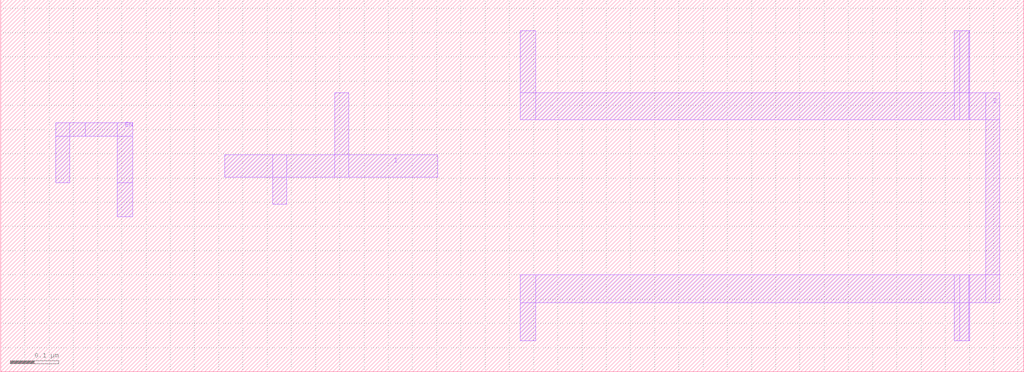
<source format=lef>
# 
# ******************************************************************************
# *                                                                            *
# *                   Copyright (C) 2004-2014, Nangate Inc.                    *
# *                           All rights reserved.                             *
# *                                                                            *
# * Nangate and the Nangate logo are trademarks of Nangate Inc.                *
# *                                                                            *
# * All trademarks, logos, software marks, and trade names (collectively the   *
# * "Marks") in this program are proprietary to Nangate or other respective    *
# * owners that have granted Nangate the right and license to use such Marks.  *
# * You are not permitted to use the Marks without the prior written consent   *
# * of Nangate or such third party that may own the Marks.                     *
# *                                                                            *
# * This file has been provided pursuant to a License Agreement containing     *
# * restrictions on its use. This file contains valuable trade secrets and     *
# * proprietary information of Nangate Inc., and is protected by U.S. and      *
# * international laws and/or treaties.                                        *
# *                                                                            *
# * The copyright notice(s) in this file does not indicate actual or intended  *
# * publication of this file.                                                  *
# *                                                                            *
# *       NGLibraryCreator, Development_version_64 - build 201405300513        *
# *                                                                            *
# ******************************************************************************
# 
# 
# Running on us19.nangate.us for user Lucio Rech (lre).
# Local time is now Tue, 3 Jun 2014, 13:07:07.
# Main process id is 12480.

VERSION 5.6 ;
BUSBITCHARS "[]" ;
DIVIDERCHAR "/" ;

MACRO AND2_X1
  CLASS core ;
  FOREIGN AND2_X1 0.0 0.0 ;
  ORIGIN 0 0 ;
  SYMMETRY X Y ;
  SITE NanGate_15nm_OCL ;
  SIZE 0.384 BY 0.768 ;
  PIN A1
    DIRECTION INPUT ;
    PORT
      LAYER M1 ;
        RECT 0.178 0.256 0.206 0.6959 ;
    END
  END A1
  PIN A2
    DIRECTION INPUT ;
    PORT
      LAYER M1 ;
        RECT 0.05 0.127 0.078 0.525 ;
    END
  END A2
  PIN Z
    DIRECTION OUTPUT ;
    PORT
      LAYER M1 ;
        RECT 0.306 0.114 0.334 0.64 ;
    END
  END Z
  
  
END AND2_X1

MACRO AND2_X2
  CLASS core ;
  FOREIGN AND2_X2 0.0 0.0 ;
  ORIGIN 0 0 ;
  SYMMETRY X Y ;
  SITE NanGate_15nm_OCL ;
  SIZE 0.448 BY 0.768 ;
  PIN A1
    DIRECTION INPUT ;
    PORT
      LAYER M1 ;
        RECT 0.178 0.256 0.206 0.512 ;
    END
  END A1
  PIN A2
    DIRECTION INPUT ;
    PORT
      LAYER M1 ;
        RECT 0.045 0.248 0.083 0.52 ;
    END
  END A2
  PIN Z
    DIRECTION OUTPUT ;
    PORT
      LAYER M1 ;
        RECT 0.302 0.064 0.306 0.13 ;
        RECT 0.302 0.638 0.306 0.704 ;
        RECT 0.306 0.064 0.334 0.13 ;
        RECT 0.306 0.13 0.334 0.638 ;
        RECT 0.306 0.638 0.334 0.704 ;
    END
  END Z
  
  
END AND2_X2

MACRO AND3_X1
  CLASS core ;
  FOREIGN AND3_X1 0.0 0.0 ;
  ORIGIN 0 0 ;
  SYMMETRY X Y ;
  SITE NanGate_15nm_OCL ;
  SIZE 0.512 BY 0.768 ;
  PIN A1
    DIRECTION INPUT ;
    PORT
      LAYER M1 ;
        RECT 0.306 0.192 0.334 0.576 ;
    END
  END A1
  PIN A2
    DIRECTION INPUT ;
    PORT
      LAYER M1 ;
        RECT 0.1729 0.192 0.211 0.576 ;
    END
  END A2
  PIN A3
    DIRECTION INPUT ;
    PORT
      LAYER M1 ;
        RECT 0.048 0.192 0.08 0.576 ;
    END
  END A3
  PIN Z
    DIRECTION OUTPUT ;
    PORT
      LAYER M1 ;
        RECT 0.434 0.114 0.462 0.654 ;
    END
  END Z
  
  
END AND3_X1

MACRO AND3_X2
  CLASS core ;
  FOREIGN AND3_X2 0.0 0.0 ;
  ORIGIN 0 0 ;
  SYMMETRY X Y ;
  SITE NanGate_15nm_OCL ;
  SIZE 0.512 BY 0.768 ;
  PIN A1
    DIRECTION INPUT ;
    PORT
      LAYER M1 ;
        RECT 0.178 0.32 0.206 0.513 ;
    END
  END A1
  PIN A2
    DIRECTION INPUT ;
    PORT
      LAYER M1 ;
        RECT 0.045 0.256 0.083 0.512 ;
    END
  END A2
  PIN A3
    DIRECTION INPUT ;
    PORT
      LAYER M1 ;
        RECT 0.242 0.302 0.27 0.537 ;
    END
  END A3
  PIN Z
    DIRECTION OUTPUT ;
    PORT
      LAYER M1 ;
        RECT 0.366 0.064 0.37 0.157 ;
        RECT 0.366 0.638 0.37 0.704 ;
        RECT 0.37 0.064 0.398 0.157 ;
        RECT 0.37 0.157 0.398 0.638 ;
        RECT 0.37 0.638 0.398 0.704 ;
    END
  END Z
  
  
END AND3_X2

MACRO AND4_X1
  CLASS core ;
  FOREIGN AND4_X1 0.0 0.0 ;
  ORIGIN 0 0 ;
  SYMMETRY X Y ;
  SITE NanGate_15nm_OCL ;
  SIZE 0.576 BY 0.768 ;
  PIN A1
    DIRECTION INPUT ;
    PORT
      LAYER M1 ;
        RECT 0.37 0.192 0.398 0.576 ;
    END
  END A1
  PIN A2
    DIRECTION INPUT ;
    PORT
      LAYER M1 ;
        RECT 0.24 0.192 0.272 0.576 ;
    END
  END A2
  PIN A3
    DIRECTION INPUT ;
    PORT
      LAYER M1 ;
        RECT 0.114 0.192 0.1419 0.512 ;
    END
  END A3
  PIN A4
    DIRECTION INPUT ;
    PORT
      LAYER M1 ;
        RECT 0.05 0.192 0.078 0.576 ;
    END
  END A4
  PIN Z
    DIRECTION OUTPUT ;
    PORT
      LAYER M1 ;
        RECT 0.498 0.114 0.526 0.654 ;
    END
  END Z
  
  
END AND4_X1

MACRO AND4_X2
  CLASS core ;
  FOREIGN AND4_X2 0.0 0.0 ;
  ORIGIN 0 0 ;
  SYMMETRY X Y ;
  SITE NanGate_15nm_OCL ;
  SIZE 0.64 BY 0.768 ;
  PIN A1
    DIRECTION INPUT ;
    PORT
      LAYER M1 ;
        RECT 0.37 0.241 0.398 0.576 ;
    END
  END A1
  PIN A2
    DIRECTION INPUT ;
    PORT
      LAYER M1 ;
        RECT 0.242 0.192 0.27 0.577 ;
    END
  END A2
  PIN A3
    DIRECTION INPUT ;
    PORT
      LAYER M1 ;
        RECT 0.114 0.192 0.1419 0.577 ;
    END
  END A3
  PIN A4
    DIRECTION INPUT ;
    PORT
      LAYER M1 ;
        RECT 0.05 0.192 0.078 0.577 ;
    END
  END A4
  PIN Z
    DIRECTION OUTPUT ;
    PORT
      LAYER M1 ;
        RECT 0.498 0.096 0.526 0.64 ;
    END
  END Z
  
  
END AND4_X2

MACRO ANTENNA
  CLASS core ;
  FOREIGN ANTENNA 0.0 0.0 ;
  ORIGIN 0 0 ;
  SYMMETRY X Y ;
  SITE NanGate_15nm_OCL ;
  SIZE 0.192 BY 0.768 ;
END ANTENNA

MACRO AOI21_X1
  CLASS core ;
  FOREIGN AOI21_X1 0.0 0.0 ;
  ORIGIN 0 0 ;
  SYMMETRY X Y ;
  SITE NanGate_15nm_OCL ;
  SIZE 0.384 BY 0.768 ;
  PIN A1
    DIRECTION INPUT ;
    PORT
      LAYER M1 ;
        RECT 0.178 0.192 0.206 0.512 ;
    END
  END A1
  PIN A2
    DIRECTION INPUT ;
    PORT
      LAYER M1 ;
        RECT 0.05 0.134 0.078 0.512 ;
    END
  END A2
  PIN B
    DIRECTION INPUT ;
    PORT
      LAYER M1 ;
        RECT 0.306 0.192 0.334 0.512 ;
    END
  END B
  PIN ZN
    DIRECTION OUTPUT ;
    PORT
      LAYER M1 ;
        RECT 0.114 0.1 0.1419 0.132 ;
        RECT 0.114 0.132 0.1419 0.536 ;
        RECT 0.1419 0.1 0.306 0.132 ;
    END
  END ZN
  
  
END AOI21_X1

MACRO AOI21_X2
  CLASS core ;
  FOREIGN AOI21_X2 0.0 0.0 ;
  ORIGIN 0 0 ;
  SYMMETRY X Y ;
  SITE NanGate_15nm_OCL ;
  SIZE 0.576 BY 0.768 ;
  PIN A1
    DIRECTION INPUT ;
    PORT
      LAYER M1 ;
        RECT 0.37 0.302 0.398 0.448 ;
    END
  END A1
  PIN A2
    DIRECTION INPUT ;
    PORT
      LAYER M1 ;
        RECT 0.242 0.23 0.27 0.258 ;
        RECT 0.242 0.258 0.27 0.448 ;
        RECT 0.242 0.448 0.27 0.512 ;
        RECT 0.27 0.23 0.493 0.258 ;
        RECT 0.493 0.23 0.531 0.258 ;
        RECT 0.493 0.258 0.531 0.448 ;
    END
  END A2
  PIN B
    DIRECTION INPUT ;
    PORT
      LAYER M1 ;
        RECT 0.114 0.256 0.1419 0.448 ;
    END
  END B
  PIN ZN
    DIRECTION OUTPUT ;
    PORT
      LAYER M1 ;
        RECT 0.077 0.166 0.178 0.194 ;
        RECT 0.178 0.166 0.206 0.194 ;
        RECT 0.178 0.194 0.206 0.489 ;
        RECT 0.178 0.489 0.206 0.5709 ;
        RECT 0.178 0.5709 0.206 0.599 ;
        RECT 0.206 0.166 0.43 0.194 ;
        RECT 0.206 0.5709 0.43 0.599 ;
        RECT 0.43 0.5709 0.434 0.599 ;
        RECT 0.434 0.489 0.462 0.5709 ;
        RECT 0.434 0.5709 0.462 0.599 ;
    END
  END ZN
  
  
END AOI21_X2

MACRO AOI22_X1
  CLASS core ;
  FOREIGN AOI22_X1 0.0 0.0 ;
  ORIGIN 0 0 ;
  SYMMETRY X Y ;
  SITE NanGate_15nm_OCL ;
  SIZE 0.448 BY 0.768 ;
  PIN A1
    DIRECTION INPUT ;
    PORT
      LAYER M1 ;
        RECT 0.242 0.192 0.27 0.512 ;
    END
  END A1
  PIN A2
    DIRECTION INPUT ;
    PORT
      LAYER M1 ;
        RECT 0.37 0.192 0.398 0.485 ;
    END
  END A2
  PIN B1
    DIRECTION INPUT ;
    PORT
      LAYER M1 ;
        RECT 0.114 0.198 0.1419 0.576 ;
    END
  END B1
  PIN B2
    DIRECTION INPUT ;
    PORT
      LAYER M1 ;
        RECT 0.05 0.192 0.078 0.576 ;
    END
  END B2
  PIN ZN
    DIRECTION OUTPUT ;
    PORT
      LAYER M1 ;
        RECT 0.1409 0.1019 0.306 0.13 ;
        RECT 0.306 0.1019 0.334 0.13 ;
        RECT 0.306 0.13 0.334 0.582 ;
    END
  END ZN
  
  
END AOI22_X1

MACRO AOI22_X2
  CLASS core ;
  FOREIGN AOI22_X2 0.0 0.0 ;
  ORIGIN 0 0 ;
  SYMMETRY X Y ;
  SITE NanGate_15nm_OCL ;
  SIZE 0.768 BY 0.768 ;
  PIN A1
    DIRECTION INPUT ;
    PORT
      LAYER M1 ;
        RECT 0.434 0.274 0.462 0.302 ;
        RECT 0.434 0.302 0.462 0.489 ;
        RECT 0.434 0.489 0.462 0.512 ;
        RECT 0.462 0.274 0.654 0.302 ;
        RECT 0.654 0.274 0.6899 0.302 ;
        RECT 0.6899 0.274 0.718 0.302 ;
        RECT 0.6899 0.302 0.718 0.489 ;
    END
  END A1
  PIN A2
    DIRECTION INPUT ;
    PORT
      LAYER M1 ;
        RECT 0.562 0.37 0.59 0.512 ;
    END
  END A2
  PIN B1
    DIRECTION INPUT ;
    PORT
      LAYER M1 ;
        RECT 0.306 0.306 0.334 0.526 ;
    END
  END B1
  PIN B2
    DIRECTION INPUT ;
    PORT
      LAYER M1 ;
        RECT 0.05 0.242 0.078 0.512 ;
    END
  END B2
  PIN ZN
    DIRECTION OUTPUT ;
    PORT
      LAYER M1 ;
        RECT 0.242 0.2 0.27 0.228 ;
        RECT 0.242 0.228 0.27 0.229 ;
        RECT 0.242 0.229 0.27 0.32 ;
        RECT 0.27 0.2 0.362 0.228 ;
        RECT 0.362 0.2 0.37 0.228 ;
        RECT 0.37 0.2 0.398 0.228 ;
        RECT 0.37 0.228 0.398 0.229 ;
        RECT 0.37 0.229 0.398 0.32 ;
        RECT 0.37 0.32 0.398 0.463 ;
        RECT 0.37 0.463 0.398 0.5679 ;
        RECT 0.37 0.5679 0.398 0.602 ;
        RECT 0.398 0.2 0.626 0.228 ;
        RECT 0.398 0.228 0.626 0.229 ;
        RECT 0.398 0.5679 0.626 0.602 ;
        RECT 0.626 0.2 0.654 0.228 ;
        RECT 0.626 0.228 0.654 0.229 ;
        RECT 0.626 0.463 0.654 0.5679 ;
        RECT 0.626 0.5679 0.654 0.602 ;
        RECT 0.654 0.2 0.6899 0.228 ;
        RECT 0.654 0.228 0.6899 0.229 ;
        RECT 0.6899 0.096 0.718 0.2 ;
        RECT 0.6899 0.2 0.718 0.228 ;
        RECT 0.6899 0.228 0.718 0.229 ;
    END
  END ZN
  
  
END AOI22_X2

MACRO BUF_X1
  CLASS core ;
  FOREIGN BUF_X1 0.0 0.0 ;
  ORIGIN 0 0 ;
  SYMMETRY X Y ;
  SITE NanGate_15nm_OCL ;
  SIZE 0.32 BY 0.768 ;
  PIN I
    DIRECTION INPUT ;
    PORT
      LAYER M1 ;
        RECT 0.05 0.192 0.078 0.576 ;
    END
  END I
  PIN Z
    DIRECTION OUTPUT ;
    PORT
      LAYER M1 ;
        RECT 0.24 0.114 0.272 0.704 ;
    END
  END Z
  
  
END BUF_X1

MACRO BUF_X2
  CLASS core ;
  FOREIGN BUF_X2 0.0 0.0 ;
  ORIGIN 0 0 ;
  SYMMETRY X Y ;
  SITE NanGate_15nm_OCL ;
  SIZE 0.32 BY 0.768 ;
  PIN I
    DIRECTION INPUT ;
    PORT
      LAYER M1 ;
        RECT 0.05 0.267 0.078 0.512 ;
    END
  END I
  PIN Z
    DIRECTION OUTPUT ;
    PORT
      LAYER M1 ;
        RECT 0.1739 0.603 0.177 0.704 ;
        RECT 0.177 0.072 0.178 0.132 ;
        RECT 0.177 0.603 0.178 0.704 ;
        RECT 0.178 0.072 0.206 0.132 ;
        RECT 0.178 0.132 0.206 0.603 ;
        RECT 0.178 0.603 0.206 0.704 ;
    END
  END Z
  
  
END BUF_X2

MACRO BUF_X4
  CLASS core ;
  FOREIGN BUF_X4 0.0 0.0 ;
  ORIGIN 0 0 ;
  SYMMETRY X Y ;
  SITE NanGate_15nm_OCL ;
  SIZE 0.512 BY 0.768 ;
  PIN I
    DIRECTION INPUT ;
    PORT
      LAYER M1 ;
        RECT 0.178 0.242 0.206 0.526 ;
    END
  END I
  PIN Z
    DIRECTION OUTPUT ;
    PORT
      LAYER M1 ;
        RECT 0.145 0.1019 0.21 0.13 ;
        RECT 0.21 0.1019 0.27 0.13 ;
        RECT 0.21 0.638 0.27 0.666 ;
        RECT 0.27 0.1019 0.368 0.13 ;
        RECT 0.27 0.638 0.368 0.666 ;
        RECT 0.368 0.1019 0.4 0.13 ;
        RECT 0.368 0.13 0.4 0.638 ;
        RECT 0.368 0.638 0.4 0.666 ;
    END
  END Z
  
  
END BUF_X4

MACRO BUF_X8
  CLASS core ;
  FOREIGN BUF_X8 0.0 0.0 ;
  ORIGIN 0 0 ;
  SYMMETRY X Y ;
  SITE NanGate_15nm_OCL ;
  SIZE 0.896 BY 0.768 ;
  PIN I
    DIRECTION INPUT ;
    PORT
      LAYER M1 ;
        RECT 0.05 0.256 0.078 0.366 ;
        RECT 0.05 0.366 0.078 0.398 ;
        RECT 0.05 0.398 0.078 0.512 ;
        RECT 0.078 0.366 0.298 0.398 ;
    END
  END I
  PIN Z
    DIRECTION OUTPUT ;
    PORT
      LAYER M1 ;
        RECT 0.338 0.1019 0.7 0.13 ;
        RECT 0.338 0.638 0.7 0.666 ;
        RECT 0.7 0.1019 0.754 0.13 ;
        RECT 0.7 0.638 0.754 0.666 ;
        RECT 0.754 0.1019 0.782 0.13 ;
        RECT 0.754 0.13 0.782 0.638 ;
        RECT 0.754 0.638 0.782 0.666 ;
    END
  END Z
  
  
END BUF_X8

MACRO BUF_X12
  CLASS core ;
  FOREIGN BUF_X12 0.0 0.0 ;
  ORIGIN 0 0 ;
  SYMMETRY X Y ;
  SITE NanGate_15nm_OCL ;
  SIZE 1.28 BY 0.768 ;
  PIN I
    DIRECTION INPUT ;
    PORT
      LAYER M1 ;
        RECT 0.048 0.236 0.08 0.366 ;
        RECT 0.048 0.366 0.08 0.398 ;
        RECT 0.048 0.398 0.08 0.515 ;
        RECT 0.08 0.366 0.426 0.398 ;
    END
  END I
  PIN Z
    DIRECTION OUTPUT ;
    PORT
      LAYER M1 ;
        RECT 0.466 0.1019 1.07 0.13 ;
        RECT 0.466 0.638 1.07 0.666 ;
        RECT 1.07 0.1019 1.1359 0.13 ;
        RECT 1.07 0.638 1.1359 0.666 ;
        RECT 1.1359 0.1019 1.168 0.13 ;
        RECT 1.1359 0.13 1.168 0.638 ;
        RECT 1.1359 0.638 1.168 0.666 ;
    END
  END Z
  
  
END BUF_X12

MACRO BUF_X16
  CLASS core ;
  FOREIGN BUF_X16 0.0 0.0 ;
  ORIGIN 0 0 ;
  SYMMETRY X Y ;
  SITE NanGate_15nm_OCL ;
  SIZE 1.664 BY 0.768 ;
  PIN I
    DIRECTION INPUT ;
    PORT
      LAYER M1 ;
        RECT 0.05 0.232 0.078 0.355 ;
        RECT 0.05 0.355 0.078 0.413 ;
        RECT 0.05 0.413 0.078 0.512 ;
        RECT 0.078 0.355 0.554 0.413 ;
    END
  END I
  PIN Z
    DIRECTION OUTPUT ;
    PORT
      LAYER M1 ;
        RECT 0.594 0.1019 1.454 0.13 ;
        RECT 0.594 0.632 1.454 0.66 ;
        RECT 1.454 0.1019 1.52 0.13 ;
        RECT 1.454 0.632 1.52 0.66 ;
        RECT 1.52 0.1019 1.552 0.13 ;
        RECT 1.52 0.13 1.552 0.632 ;
        RECT 1.52 0.632 1.552 0.66 ;
    END
  END Z
  
  
END BUF_X16

MACRO CLKBUF_X1
  CLASS core ;
  FOREIGN CLKBUF_X1 0.0 0.0 ;
  ORIGIN 0 0 ;
  SYMMETRY X Y ;
  SITE NanGate_15nm_OCL ;
  SIZE 0.32 BY 0.768 ;
  PIN I
    DIRECTION INPUT ;
    PORT
      LAYER M1 ;
        RECT 0.05 0.192 0.078 0.576 ;
    END
  END I
  PIN Z
    DIRECTION OUTPUT ;
    PORT
      LAYER M1 ;
        RECT 0.24 0.114 0.272 0.704 ;
    END
  END Z
  
  
END CLKBUF_X1

MACRO CLKBUF_X2
  CLASS core ;
  FOREIGN CLKBUF_X2 0.0 0.0 ;
  ORIGIN 0 0 ;
  SYMMETRY X Y ;
  SITE NanGate_15nm_OCL ;
  SIZE 0.32 BY 0.768 ;
  PIN I
    DIRECTION INPUT ;
    PORT
      LAYER M1 ;
        RECT 0.05 0.296 0.078 0.512 ;
    END
  END I
  PIN Z
    DIRECTION OUTPUT ;
    PORT
      LAYER M1 ;
        RECT 0.1739 0.638 0.178 0.704 ;
        RECT 0.178 0.072 0.206 0.638 ;
        RECT 0.178 0.638 0.206 0.704 ;
    END
  END Z
  
  
END CLKBUF_X2

MACRO CLKBUF_X4
  CLASS core ;
  FOREIGN CLKBUF_X4 0.0 0.0 ;
  ORIGIN 0 0 ;
  SYMMETRY X Y ;
  SITE NanGate_15nm_OCL ;
  SIZE 0.512 BY 0.768 ;
  PIN I
    DIRECTION INPUT ;
    PORT
      LAYER M1 ;
        RECT 0.114 0.242 0.1419 0.526 ;
    END
  END I
  PIN Z
    DIRECTION OUTPUT ;
    PORT
      LAYER M1 ;
        RECT 0.145 0.1019 0.205 0.13 ;
        RECT 0.205 0.1019 0.206 0.13 ;
        RECT 0.205 0.638 0.206 0.666 ;
        RECT 0.206 0.1019 0.368 0.13 ;
        RECT 0.206 0.638 0.368 0.666 ;
        RECT 0.368 0.1019 0.4 0.13 ;
        RECT 0.368 0.13 0.4 0.638 ;
        RECT 0.368 0.638 0.4 0.666 ;
    END
  END Z
  
  
END CLKBUF_X4

MACRO CLKBUF_X8
  CLASS core ;
  FOREIGN CLKBUF_X8 0.0 0.0 ;
  ORIGIN 0 0 ;
  SYMMETRY X Y ;
  SITE NanGate_15nm_OCL ;
  SIZE 0.896 BY 0.768 ;
  PIN I
    DIRECTION INPUT ;
    PORT
      LAYER M1 ;
        RECT 0.05 0.256 0.078 0.328 ;
        RECT 0.05 0.328 0.078 0.356 ;
        RECT 0.05 0.356 0.078 0.512 ;
        RECT 0.078 0.256 0.079 0.328 ;
        RECT 0.078 0.328 0.079 0.356 ;
        RECT 0.079 0.328 0.318 0.356 ;
    END
  END I
  PIN Z
    DIRECTION OUTPUT ;
    PORT
      LAYER M1 ;
        RECT 0.338 0.1019 0.718 0.13 ;
        RECT 0.338 0.638 0.718 0.666 ;
        RECT 0.718 0.1019 0.754 0.13 ;
        RECT 0.718 0.638 0.754 0.666 ;
        RECT 0.754 0.1019 0.782 0.13 ;
        RECT 0.754 0.13 0.782 0.638 ;
        RECT 0.754 0.638 0.782 0.666 ;
    END
  END Z
  
  
END CLKBUF_X8

MACRO CLKBUF_X12
  CLASS core ;
  FOREIGN CLKBUF_X12 0.0 0.0 ;
  ORIGIN 0 0 ;
  SYMMETRY X Y ;
  SITE NanGate_15nm_OCL ;
  SIZE 1.28 BY 0.768 ;
  PIN I
    DIRECTION INPUT ;
    PORT
      LAYER M1 ;
        RECT 0.045 0.238 0.083 0.336 ;
        RECT 0.045 0.336 0.083 0.368 ;
        RECT 0.045 0.368 0.083 0.53 ;
        RECT 0.083 0.336 0.426 0.368 ;
    END
  END I
  PIN Z
    DIRECTION OUTPUT ;
    PORT
      LAYER M1 ;
        RECT 0.466 0.1019 0.998 0.13 ;
        RECT 0.466 0.638 0.998 0.666 ;
        RECT 0.998 0.1019 1.1359 0.13 ;
        RECT 0.998 0.638 1.1359 0.666 ;
        RECT 1.1359 0.1019 1.168 0.13 ;
        RECT 1.1359 0.13 1.168 0.638 ;
        RECT 1.1359 0.638 1.168 0.666 ;
    END
  END Z
  
  
END CLKBUF_X12

MACRO CLKBUF_X16
  CLASS core ;
  FOREIGN CLKBUF_X16 0.0 0.0 ;
  ORIGIN 0 0 ;
  SYMMETRY X Y ;
  SITE NanGate_15nm_OCL ;
  SIZE 1.664 BY 0.768 ;
  PIN I
    DIRECTION INPUT ;
    PORT
      LAYER M1 ;
        RECT 0.05 0.222 0.078 0.326 ;
        RECT 0.05 0.326 0.078 0.358 ;
        RECT 0.05 0.358 0.078 0.526 ;
        RECT 0.078 0.326 0.554 0.358 ;
    END
  END I
  PIN Z
    DIRECTION OUTPUT ;
    PORT
      LAYER M1 ;
        RECT 0.594 0.0869 1.454 0.145 ;
        RECT 0.594 0.623 1.454 0.681 ;
        RECT 1.454 0.0869 1.52 0.145 ;
        RECT 1.454 0.623 1.52 0.681 ;
        RECT 1.52 0.0869 1.552 0.145 ;
        RECT 1.52 0.145 1.552 0.623 ;
        RECT 1.52 0.623 1.552 0.681 ;
    END
  END Z
  
  
END CLKBUF_X16

MACRO CLKGATETST_X1
  CLASS core ;
  FOREIGN CLKGATETST_X1 0.0 0.0 ;
  ORIGIN 0 0 ;
  SYMMETRY X Y ;
  SITE NanGate_15nm_OCL ;
  SIZE 1.088 BY 0.768 ;
  PIN CLK
    DIRECTION INPUT ;
    USE clock ;
    PORT
      LAYER M1 ;
        RECT 0.6899 0.238 0.718 0.512 ;
    END
  END CLK
  PIN E
    DIRECTION INPUT ;
    PORT
      LAYER M1 ;
        RECT 0.114 0.256 0.1419 0.672 ;
    END
  END E
  PIN TE
    DIRECTION INPUT ;
    PORT
      LAYER M1 ;
        RECT 0.05 0.32 0.078 0.672 ;
    END
  END TE
  PIN Q
    DIRECTION OUTPUT ;
    PORT
      LAYER M1 ;
        RECT 1.01 0.096 1.038 0.654 ;
    END
  END Q
  
  
END CLKGATETST_X1

MACRO DFFRNQ_X1
  CLASS core ;
  FOREIGN DFFRNQ_X1 0.0 0.0 ;
  ORIGIN 0 0 ;
  SYMMETRY X Y ;
  SITE NanGate_15nm_OCL ;
  SIZE 1.664 BY 0.768 ;
  PIN D
    DIRECTION INPUT ;
    PORT
      LAYER M1 ;
        RECT 0.242 0.242 0.27 0.526 ;
    END
  END D
  PIN RN
    DIRECTION INPUT ;
    PORT
      LAYER MINT1 ;
        RECT 0.704 0.274 1.1339 0.302 ;
        RECT 1.1339 0.274 1.326 0.302 ;
    END
  END RN
  PIN CLK
    DIRECTION INPUT ;
    USE clock ;
    PORT
      LAYER M1 ;
        RECT 0.05 0.256 0.078 0.512 ;
    END
  END CLK
  PIN Q
    DIRECTION OUTPUT ;
    PORT
      LAYER M1 ;
        RECT 1.584 0.064 1.616 0.704 ;
    END
  END Q
  
  
END DFFRNQ_X1

MACRO DFFSNQ_X1
  CLASS core ;
  FOREIGN DFFSNQ_X1 0.0 0.0 ;
  ORIGIN 0 0 ;
  SYMMETRY X Y ;
  SITE NanGate_15nm_OCL ;
  SIZE 1.664 BY 0.768 ;
  PIN D
    DIRECTION INPUT ;
    PORT
      LAYER M1 ;
        RECT 0.242 0.242 0.27 0.526 ;
    END
  END D
  PIN SN
    DIRECTION INPUT ;
    PORT
      LAYER MINT1 ;
        RECT 0.722 0.274 1.1339 0.302 ;
        RECT 1.1339 0.274 1.326 0.302 ;
    END
  END SN
  PIN CLK
    DIRECTION INPUT ;
    USE clock ;
    PORT
      LAYER M1 ;
        RECT 0.05 0.256 0.078 0.512 ;
    END
  END CLK
  PIN Q
    DIRECTION OUTPUT ;
    PORT
      LAYER M1 ;
        RECT 1.584 0.064 1.616 0.704 ;
    END
  END Q
  
  
END DFFSNQ_X1

MACRO FA_X1
  CLASS core ;
  FOREIGN FA_X1 0.0 0.0 ;
  ORIGIN 0 0 ;
  SYMMETRY X Y ;
  SITE NanGate_15nm_OCL ;
  SIZE 1.536 BY 0.768 ;
  PIN A
    DIRECTION INPUT ;
    PORT
      LAYER M1 ;
        RECT 0.656 0.402 0.684 0.526 ;
        RECT 1.038 0.274 1.074 0.526 ;
    END
  END A
  PIN B
    DIRECTION INPUT ;
    PORT
      LAYER MINT1 ;
        RECT 0.274 0.274 0.789 0.302 ;
    END
  END B
  PIN CI
    DIRECTION INPUT ;
    PORT
      LAYER M1 ;
        RECT 0.178 0.194 0.206 0.59 ;
        RECT 0.58 0.194 0.608 0.366 ;
        RECT 1.202 0.178 1.23 0.366 ;
    END
  END CI
  PIN CO
    DIRECTION OUTPUT ;
    PORT
      LAYER M1 ;
        RECT 1.458 0.114 1.486 0.654 ;
    END
  END CO
  PIN S
    DIRECTION OUTPUT ;
    PORT
      LAYER M1 ;
        RECT 0.8179 0.207 0.846 0.64 ;
    END
  END S
  
  
END FA_X1

MACRO FILLTIE
  CLASS core ;
  FOREIGN FILLTIE 0.0 0.0 ;
  ORIGIN 0 0 ;
  SYMMETRY X Y ;
  SITE NanGate_15nm_OCL ;
  SIZE 0.578 BY 0.768 ;
  
END FILLTIE

MACRO FILL_X1
  CLASS core ;
  FOREIGN FILL_X1 0.0 0.0 ;
  ORIGIN 0 0 ;
  SYMMETRY X Y ;
  SITE NanGate_15nm_OCL ;
  SIZE 0.128 BY 0.768 ;
  
END FILL_X1

MACRO FILL_X2
  CLASS core ;
  FOREIGN FILL_X2 0.0 0.0 ;
  ORIGIN 0 0 ;
  SYMMETRY X Y ;
  SITE NanGate_15nm_OCL ;
  SIZE 0.192 BY 0.768 ;
  
END FILL_X2

MACRO FILL_X4
  CLASS core ;
  FOREIGN FILL_X4 0.0 0.0 ;
  ORIGIN 0 0 ;
  SYMMETRY X Y ;
  SITE NanGate_15nm_OCL ;
  SIZE 0.32 BY 0.768 ;
  
END FILL_X4

MACRO FILL_X8
  CLASS core ;
  FOREIGN FILL_X8 0.0 0.0 ;
  ORIGIN 0 0 ;
  SYMMETRY X Y ;
  SITE NanGate_15nm_OCL ;
  SIZE 0.576 BY 0.768 ;
  
END FILL_X8

MACRO FILL_X16
  CLASS core ;
  FOREIGN FILL_X16 0.0 0.0 ;
  ORIGIN 0 0 ;
  SYMMETRY X Y ;
  SITE NanGate_15nm_OCL ;
  SIZE 1.088 BY 0.768 ;
  
END FILL_X16

MACRO HA_X1
  CLASS core ;
  FOREIGN HA_X1 0.0 0.0 ;
  ORIGIN 0 0 ;
  SYMMETRY X Y ;
  SITE NanGate_15nm_OCL ;
  SIZE 0.832 BY 0.768 ;
  PIN A
    DIRECTION INPUT ;
    PORT
      LAYER M1 ;
        RECT 0.242 0.274 0.27 0.556 ;
        RECT 0.242 0.556 0.27 0.584 ;
        RECT 0.27 0.556 0.434 0.584 ;
        RECT 0.434 0.274 0.462 0.556 ;
        RECT 0.434 0.556 0.462 0.584 ;
    END
  END A
  PIN B
    DIRECTION INPUT ;
    PORT
      LAYER M1 ;
        RECT 0.306 0.256 0.334 0.512 ;
    END
  END B
  PIN CO
    DIRECTION OUTPUT ;
    PORT
      LAYER M1 ;
        RECT 0.05 0.082 0.078 0.638 ;
    END
  END CO
  PIN S
    DIRECTION OUTPUT ;
    PORT
      LAYER M1 ;
        RECT 0.754 0.18 0.782 0.638 ;
    END
  END S
  
  
END HA_X1

MACRO INV_X1
  CLASS core ;
  FOREIGN INV_X1 0.0 0.0 ;
  ORIGIN 0 0 ;
  SYMMETRY X Y ;
  SITE NanGate_15nm_OCL ;
  SIZE 0.192 BY 0.768 ;
  PIN I
    DIRECTION INPUT ;
    PORT
      LAYER M1 ;
        RECT 0.05 0.192 0.078 0.576 ;
    END
  END I
  PIN ZN
    DIRECTION OUTPUT ;
    PORT
      LAYER M1 ;
        RECT 0.114 0.114 0.1419 0.64 ;
    END
  END ZN
  
END INV_X1

MACRO INV_X2
  CLASS core ;
  FOREIGN INV_X2 0.0 0.0 ;
  ORIGIN 0 0 ;
  SYMMETRY X Y ;
  SITE NanGate_15nm_OCL ;
  SIZE 0.256 BY 0.768 ;
  PIN I
    DIRECTION INPUT ;
    PORT
      LAYER M1 ;
        RECT 0.05 0.192 0.078 0.576 ;
    END
  END I
  PIN ZN
    DIRECTION OUTPUT ;
    PORT
      LAYER M1 ;
        RECT 0.114 0.13 0.1419 0.576 ;
    END
  END ZN
  
END INV_X2

MACRO INV_X4
  CLASS core ;
  FOREIGN INV_X4 0.0 0.0 ;
  ORIGIN 0 0 ;
  SYMMETRY X Y ;
  SITE NanGate_15nm_OCL ;
  SIZE 0.384 BY 0.768 ;
  PIN I
    DIRECTION INPUT ;
    PORT
      LAYER M1 ;
        RECT 0.048 0.256 0.08 0.368 ;
        RECT 0.048 0.368 0.08 0.396 ;
        RECT 0.048 0.396 0.08 0.512 ;
        RECT 0.08 0.368 0.238 0.396 ;
    END
  END I
  PIN ZN
    DIRECTION OUTPUT ;
    PORT
      LAYER M1 ;
        RECT 0.041 0.1419 0.059 0.2 ;
        RECT 0.059 0.1419 0.306 0.2 ;
        RECT 0.059 0.5679 0.306 0.626 ;
        RECT 0.306 0.1419 0.334 0.2 ;
        RECT 0.306 0.2 0.334 0.5679 ;
        RECT 0.306 0.5679 0.334 0.626 ;
    END
  END ZN
  
END INV_X4

MACRO INV_X8
  CLASS core ;
  FOREIGN INV_X8 0.0 0.0 ;
  ORIGIN 0 0 ;
  SYMMETRY X Y ;
  SITE NanGate_15nm_OCL ;
  SIZE 0.64 BY 0.768 ;
  PIN I
    DIRECTION INPUT ;
    PORT
      LAYER M1 ;
        RECT 0.114 0.194 0.1419 0.396 ;
        RECT 0.114 0.396 0.1419 0.455 ;
        RECT 0.114 0.455 0.1419 0.576 ;
        RECT 0.1419 0.396 0.462 0.455 ;
    END
  END I
  PIN ZN
    DIRECTION OUTPUT ;
    PORT
      LAYER M1 ;
        RECT 0.041 0.631 0.054 0.659 ;
        RECT 0.054 0.11 0.557 0.138 ;
        RECT 0.054 0.631 0.557 0.659 ;
        RECT 0.557 0.11 0.595 0.138 ;
        RECT 0.557 0.138 0.595 0.631 ;
        RECT 0.557 0.631 0.595 0.659 ;
    END
  END ZN
  
END INV_X8

MACRO INV_X12
  CLASS core ;
  FOREIGN INV_X12 0.0 0.0 ;
  ORIGIN 0 0 ;
  SYMMETRY X Y ;
  SITE NanGate_15nm_OCL ;
  SIZE 0.896 BY 0.768 ;
  PIN I
    DIRECTION INPUT ;
    PORT
      LAYER M1 ;
        RECT 0.114 0.192 0.1419 0.368 ;
        RECT 0.114 0.368 0.1419 0.396 ;
        RECT 0.114 0.396 0.1419 0.576 ;
        RECT 0.1419 0.368 0.686 0.396 ;
    END
  END I
  PIN ZN
    DIRECTION OUTPUT ;
    PORT
      LAYER M1 ;
        RECT 0.054 0.1019 0.8129 0.13 ;
        RECT 0.054 0.636 0.8129 0.668 ;
        RECT 0.8129 0.1019 0.851 0.13 ;
        RECT 0.8129 0.13 0.851 0.636 ;
        RECT 0.8129 0.636 0.851 0.668 ;
    END
  END ZN
  
END INV_X12

MACRO INV_X16
  CLASS core ;
  FOREIGN INV_X16 0.0 0.0 ;
  ORIGIN 0 0 ;
  SYMMETRY X Y ;
  SITE NanGate_15nm_OCL ;
  SIZE 1.152 BY 0.768 ;
  PIN I
    DIRECTION INPUT ;
    PORT
      LAYER M1 ;
        RECT 0.05 0.256 0.078 0.37 ;
        RECT 0.05 0.37 0.078 0.398 ;
        RECT 0.05 0.398 0.078 0.5629 ;
        RECT 0.078 0.37 0.942 0.398 ;
    END
  END I
  PIN ZN 
	DIRECTION OUTPUT ; 
	PORT 
		LAYER M1 ; 
		RECT 0.054 0.1 1.07 0.132 ; 
		RECT 1.038 0.132 1.07 0.681 ; 
		RECT 0.054 0.622 1.038 0.681 ; 
	END 
  END ZN 
  
  
END INV_X16

MACRO LHQ_X1
  CLASS core ;
  FOREIGN LHQ_X1 0.0 0.0 ;
  ORIGIN 0 0 ;
  SYMMETRY X Y ;
  SITE NanGate_15nm_OCL ;
  SIZE 0.896 BY 0.768 ;
  PIN D
    DIRECTION INPUT ;
    PORT
      LAYER M1 ;
        RECT 0.242 0.16 0.27 0.512 ;
    END
  END D
  PIN E
    DIRECTION INPUT ;
    USE clock ;
    PORT
      LAYER M1 ;
        RECT 0.05 0.256 0.078 0.512 ;
    END
  END E
  PIN Q
    DIRECTION OUTPUT ;
    PORT
      LAYER M1 ;
        RECT 0.8179 0.13 0.846 0.638 ;
    END
  END Q
  
  
END LHQ_X1

MACRO MUX2_X1
  CLASS core ;
  FOREIGN MUX2_X1 0.0 0.0 ;
  ORIGIN 0 0 ;
  SYMMETRY X Y ;
  SITE NanGate_15nm_OCL ;
  SIZE 0.832 BY 0.768 ;
  PIN I0
    DIRECTION INPUT ;
    PORT
      LAYER M1 ;
        RECT 0.562 0.242 0.59 0.526 ;
    END
  END I0
  PIN I1
    DIRECTION INPUT ;
    PORT
      LAYER M1 ;
        RECT 0.114 0.256 0.1419 0.448 ;
    END
  END I1
  PIN S
    DIRECTION INPUT ;
    PORT
      LAYER M1 ;
        RECT 0.027 0.242 0.055 0.658 ;
        RECT 0.027 0.658 0.055 0.686 ;
        RECT 0.055 0.658 0.222 0.686 ;
    END
  END S
  PIN Z
    DIRECTION OUTPUT ;
    PORT
      LAYER M1 ;
        RECT 0.6899 0.192 0.718 0.638 ;
    END
  END Z
  
  
END MUX2_X1

MACRO NAND2_X1
  CLASS core ;
  FOREIGN NAND2_X1 0.0 0.0 ;
  ORIGIN 0 0 ;
  SYMMETRY X Y ;
  SITE NanGate_15nm_OCL ;
  SIZE 0.256 BY 0.768 ;
  PIN A1
    DIRECTION INPUT ;
    PORT
      LAYER M1 ;
        RECT 0.178 0.256 0.206 0.574 ;
    END
  END A1
  PIN A2
    DIRECTION INPUT ;
    PORT
      LAYER M1 ;
        RECT 0.05 0.256 0.078 0.574 ;
    END
  END A2
  PIN ZN
    DIRECTION OUTPUT ;
    PORT
      LAYER M1 ;
        RECT 0.114 0.133 0.1419 0.192 ;
        RECT 0.114 0.192 0.1419 0.638 ;
        RECT 0.1419 0.133 0.176 0.192 ;
        RECT 0.176 0.064 0.208 0.133 ;
        RECT 0.176 0.133 0.208 0.192 ;
    END
  END ZN
  
END NAND2_X1

MACRO NAND2_X2
  CLASS core ;
  FOREIGN NAND2_X2 0.0 0.0 ;
  ORIGIN 0 0 ;
  SYMMETRY X Y ;
  SITE NanGate_15nm_OCL ;
  SIZE 0.384 BY 0.768 ;
  PIN A1
    DIRECTION INPUT ;
    PORT
      LAYER M1 ;
        RECT 0.178 0.225 0.206 0.553 ;
    END
  END A1
  PIN A2
    DIRECTION INPUT ;
    PORT
      LAYER M1 ;
        RECT 0.05 0.274 0.078 0.676 ;
        RECT 0.05 0.676 0.078 0.704 ;
        RECT 0.078 0.676 0.306 0.704 ;
        RECT 0.306 0.274 0.334 0.676 ;
        RECT 0.306 0.676 0.334 0.704 ;
    END
  END A2
  PIN ZN
    DIRECTION OUTPUT ;
    PORT
      LAYER M1 ;
        RECT 0.114 0.123 0.1419 0.181 ;
        RECT 0.114 0.181 0.1419 0.424 ;
        RECT 0.114 0.424 0.1419 0.597 ;
        RECT 0.114 0.597 0.1419 0.64 ;
        RECT 0.1419 0.123 0.242 0.181 ;
        RECT 0.1419 0.597 0.242 0.64 ;
        RECT 0.242 0.123 0.27 0.181 ;
        RECT 0.242 0.424 0.27 0.597 ;
        RECT 0.242 0.597 0.27 0.64 ;
    END
  END ZN
  
END NAND2_X2

MACRO NAND3_X1
  CLASS core ;
  FOREIGN NAND3_X1 0.0 0.0 ;
  ORIGIN 0 0 ;
  SYMMETRY X Y ;
  SITE NanGate_15nm_OCL ;
  SIZE 0.384 BY 0.768 ;
  PIN A1
    DIRECTION INPUT ;
    PORT
      LAYER M1 ;
        RECT 0.242 0.32 0.27 0.448 ;
    END
  END A1
  PIN A2
    DIRECTION INPUT ;
    PORT
      LAYER M1 ;
        RECT 0.178 0.255 0.206 0.512 ;
    END
  END A2
  PIN A3
    DIRECTION INPUT ;
    PORT
      LAYER M1 ;
        RECT 0.05 0.215 0.078 0.574 ;
    END
  END A3
  PIN ZN
    DIRECTION OUTPUT ;
    PORT
      LAYER M1 ;
        RECT 0.114 0.082 0.1419 0.11 ;
        RECT 0.114 0.11 0.1419 0.256 ;
        RECT 0.114 0.256 0.1419 0.512 ;
        RECT 0.114 0.512 0.1419 0.676 ;
        RECT 0.114 0.676 0.1419 0.704 ;
        RECT 0.1419 0.082 0.242 0.11 ;
        RECT 0.1419 0.676 0.242 0.704 ;
        RECT 0.242 0.064 0.304 0.082 ;
        RECT 0.242 0.082 0.304 0.11 ;
        RECT 0.242 0.676 0.304 0.704 ;
        RECT 0.304 0.064 0.306 0.082 ;
        RECT 0.304 0.082 0.306 0.11 ;
        RECT 0.304 0.11 0.306 0.256 ;
        RECT 0.304 0.676 0.306 0.704 ;
        RECT 0.306 0.064 0.334 0.082 ;
        RECT 0.306 0.082 0.334 0.11 ;
        RECT 0.306 0.11 0.334 0.256 ;
        RECT 0.306 0.512 0.334 0.676 ;
        RECT 0.306 0.676 0.334 0.704 ;
        RECT 0.334 0.064 0.336 0.082 ;
        RECT 0.334 0.082 0.336 0.11 ;
        RECT 0.334 0.11 0.336 0.256 ;
    END
  END ZN
  
END NAND3_X1

MACRO NAND3_X2
  CLASS core ;
  FOREIGN NAND3_X2 0.0 0.0 ;
  ORIGIN 0 0 ;
  SYMMETRY X Y ;
  SITE NanGate_15nm_OCL ;
  SIZE 0.576 BY 0.768 ;
  PIN A1
    DIRECTION INPUT ;
    PORT
      LAYER M1 ;
        RECT 0.498 0.32 0.526 0.512 ;
    END
  END A1
  PIN A2
    DIRECTION INPUT ;
    PORT
      LAYER M1 ;
        RECT 0.301 0.249 0.339 0.512 ;
    END
  END A2
  PIN A3
    DIRECTION INPUT ;
    PORT
      LAYER M1 ;
        RECT 0.114 0.256 0.1419 0.512 ;
    END
  END A3
  PIN ZN
    DIRECTION OUTPUT ;
    PORT
      LAYER M1 ;
        RECT 0.027 0.5679 0.366 0.626 ;
        RECT 0.366 0.5679 0.434 0.626 ;
        RECT 0.434 0.186 0.462 0.5679 ;
        RECT 0.434 0.5679 0.462 0.626 ;
        RECT 0.462 0.5679 0.494 0.626 ;
    END
  END ZN
  
  
END NAND3_X2

MACRO NAND4_X1
  CLASS core ;
  FOREIGN NAND4_X1 0.0 0.0 ;
  ORIGIN 0 0 ;
  SYMMETRY X Y ;
  SITE NanGate_15nm_OCL ;
  SIZE 0.448 BY 0.768 ;
  PIN A1
    DIRECTION INPUT ;
    PORT
      LAYER M1 ;
        RECT 0.37 0.256 0.398 0.574 ;
    END
  END A1
  PIN A2
    DIRECTION INPUT ;
    PORT
      LAYER M1 ;
        RECT 0.242 0.242 0.27 0.512 ;
    END
  END A2
  PIN A3
    DIRECTION INPUT ;
    PORT
      LAYER M1 ;
        RECT 0.178 0.194 0.206 0.448 ;
    END
  END A3
  PIN A4
    DIRECTION INPUT ;
    PORT
      LAYER M1 ;
        RECT 0.05 0.194 0.078 0.574 ;
    END
  END A4
  PIN ZN
    DIRECTION OUTPUT ;
    PORT
      LAYER M1 ;
        RECT 0.114 0.512 0.1419 0.645 ;
        RECT 0.114 0.645 0.1419 0.704 ;
        RECT 0.1419 0.645 0.306 0.704 ;
        RECT 0.306 0.164 0.334 0.192 ;
        RECT 0.306 0.192 0.334 0.512 ;
        RECT 0.306 0.512 0.334 0.645 ;
        RECT 0.306 0.645 0.334 0.704 ;
        RECT 0.334 0.164 0.365 0.192 ;
        RECT 0.365 0.064 0.403 0.164 ;
        RECT 0.365 0.164 0.403 0.192 ;
    END
  END ZN
  
END NAND4_X1

MACRO NAND4_X2
  CLASS core ;
  FOREIGN NAND4_X2 0.0 0.0 ;
  ORIGIN 0 0 ;
  SYMMETRY X Y ;
  SITE NanGate_15nm_OCL ;
  SIZE 0.704 BY 0.768 ;
  PIN A1
    DIRECTION INPUT ;
    PORT
      LAYER M1 ;
        RECT 0.558 0.358 0.594 0.512 ;
    END
  END A1
  PIN A2
    DIRECTION INPUT ;
    PORT
      LAYER M1 ;
        RECT 0.37 0.34 0.398 0.526 ;
    END
  END A2
  PIN A3
    DIRECTION INPUT ;
    PORT
      LAYER M1 ;
        RECT 0.178 0.242 0.206 0.512 ;
    END
  END A3
  PIN A4
    DIRECTION INPUT ;
    PORT
      LAYER M1 ;
        RECT 0.05 0.257 0.078 0.512 ;
    END
  END A4
  PIN ZN
    DIRECTION OUTPUT ;
    PORT
      LAYER M1 ;
        RECT 0.112 0.555 0.144 0.576 ;
        RECT 0.112 0.576 0.144 0.638 ;
        RECT 0.112 0.638 0.144 0.666 ;
        RECT 0.144 0.638 0.434 0.666 ;
        RECT 0.434 0.294 0.462 0.322 ;
        RECT 0.434 0.322 0.462 0.548 ;
        RECT 0.434 0.548 0.462 0.555 ;
        RECT 0.434 0.555 0.462 0.576 ;
        RECT 0.434 0.638 0.462 0.666 ;
        RECT 0.462 0.294 0.562 0.322 ;
        RECT 0.462 0.548 0.562 0.555 ;
        RECT 0.462 0.555 0.562 0.576 ;
        RECT 0.462 0.638 0.562 0.666 ;
        RECT 0.562 0.294 0.59 0.322 ;
        RECT 0.562 0.548 0.59 0.555 ;
        RECT 0.562 0.555 0.59 0.576 ;
        RECT 0.562 0.576 0.59 0.638 ;
        RECT 0.562 0.638 0.59 0.666 ;
        RECT 0.59 0.294 0.654 0.322 ;
    END
  END ZN
  
  
END NAND4_X2

MACRO NOR2_X1
  CLASS core ;
  FOREIGN NOR2_X1 0.0 0.0 ;
  ORIGIN 0 0 ;
  SYMMETRY X Y ;
  SITE NanGate_15nm_OCL ;
  SIZE 0.256 BY 0.768 ;
  PIN A1
    DIRECTION INPUT ;
    PORT
      LAYER M1 ;
        RECT 0.178 0.194 0.206 0.512 ;
    END
  END A1
  PIN A2
    DIRECTION INPUT ;
    PORT
      LAYER M1 ;
        RECT 0.05 0.194 0.078 0.512 ;
    END
  END A2
  PIN ZN
    DIRECTION OUTPUT ;
    PORT
      LAYER M1 ;
        RECT 0.114 0.13 0.1419 0.576 ;
        RECT 0.114 0.576 0.1419 0.635 ;
        RECT 0.1419 0.576 0.176 0.635 ;
        RECT 0.176 0.576 0.208 0.635 ;
        RECT 0.176 0.635 0.208 0.704 ;
    END
  END ZN
  
END NOR2_X1

MACRO NOR2_X2
  CLASS core ;
  FOREIGN NOR2_X2 0.0 0.0 ;
  ORIGIN 0 0 ;
  SYMMETRY X Y ;
  SITE NanGate_15nm_OCL ;
  SIZE 0.384 BY 0.768 ;
  PIN A1
    DIRECTION INPUT ;
    PORT
      LAYER M1 ;
        RECT 0.178 0.215 0.206 0.512 ;
    END
  END A1
  PIN A2
    DIRECTION INPUT ;
    PORT
      LAYER M1 ;
        RECT 0.05 0.064 0.078 0.092 ;
        RECT 0.05 0.092 0.078 0.494 ;
        RECT 0.078 0.064 0.306 0.092 ;
        RECT 0.306 0.064 0.334 0.092 ;
        RECT 0.306 0.092 0.334 0.494 ;
    END
  END A2
  PIN ZN
    DIRECTION OUTPUT ;
    PORT
      LAYER M1 ;
        RECT 0.114 0.128 0.1419 0.156 ;
        RECT 0.114 0.156 0.1419 0.3439 ;
        RECT 0.114 0.3439 0.1419 0.556 ;
        RECT 0.114 0.556 0.1419 0.584 ;
        RECT 0.1419 0.128 0.176 0.156 ;
        RECT 0.1419 0.556 0.176 0.584 ;
        RECT 0.176 0.128 0.208 0.156 ;
        RECT 0.176 0.556 0.208 0.584 ;
        RECT 0.176 0.584 0.208 0.64 ;
        RECT 0.208 0.128 0.242 0.156 ;
        RECT 0.242 0.128 0.27 0.156 ;
        RECT 0.242 0.156 0.27 0.3439 ;
    END
  END ZN
  
END NOR2_X2

MACRO NOR3_X1
  CLASS core ;
  FOREIGN NOR3_X1 0.0 0.0 ;
  ORIGIN 0 0 ;
  SYMMETRY X Y ;
  SITE NanGate_15nm_OCL ;
  SIZE 0.384 BY 0.768 ;
  PIN A1
    DIRECTION INPUT ;
    PORT
      LAYER M1 ;
        RECT 0.242 0.32 0.27 0.448 ;
    END
  END A1
  PIN A2
    DIRECTION INPUT ;
    PORT
      LAYER M1 ;
        RECT 0.178 0.194 0.206 0.553 ;
    END
  END A2
  PIN A3
    DIRECTION INPUT ;
    PORT
      LAYER M1 ;
        RECT 0.05 0.194 0.078 0.553 ;
    END
  END A3
  PIN ZN
    DIRECTION OUTPUT ;
    PORT
      LAYER M1 ;
        RECT 0.114 0.064 0.1419 0.092 ;
        RECT 0.114 0.092 0.1419 0.256 ;
        RECT 0.114 0.256 0.1419 0.512 ;
        RECT 0.114 0.512 0.1419 0.614 ;
        RECT 0.114 0.614 0.1419 0.642 ;
        RECT 0.1419 0.064 0.303 0.092 ;
        RECT 0.1419 0.614 0.303 0.642 ;
        RECT 0.303 0.064 0.304 0.092 ;
        RECT 0.303 0.092 0.304 0.256 ;
        RECT 0.303 0.614 0.304 0.642 ;
        RECT 0.304 0.064 0.336 0.092 ;
        RECT 0.304 0.092 0.336 0.256 ;
        RECT 0.304 0.512 0.336 0.614 ;
        RECT 0.304 0.614 0.336 0.642 ;
        RECT 0.304 0.642 0.336 0.704 ;
        RECT 0.336 0.064 0.337 0.092 ;
        RECT 0.336 0.092 0.337 0.256 ;
    END
  END ZN
  
END NOR3_X1

MACRO NOR3_X2
  CLASS core ;
  FOREIGN NOR3_X2 0.0 0.0 ;
  ORIGIN 0 0 ;
  SYMMETRY X Y ;
  SITE NanGate_15nm_OCL ;
  SIZE 0.576 BY 0.768 ;
  PIN A1
    DIRECTION INPUT ;
    PORT
      LAYER M1 ;
        RECT 0.498 0.256 0.526 0.448 ;
    END
  END A1
  PIN A2
    DIRECTION INPUT ;
    PORT
      LAYER M1 ;
        RECT 0.306 0.256 0.334 0.513 ;
    END
  END A2
  PIN A3
    DIRECTION INPUT ;
    PORT
      LAYER M1 ;
        RECT 0.05 0.256 0.078 0.519 ;
    END
  END A3
  PIN ZN
    DIRECTION OUTPUT ;
    PORT
      LAYER M1 ;
        RECT 0.0859 0.154 0.434 0.212 ;
        RECT 0.434 0.154 0.462 0.212 ;
        RECT 0.434 0.212 0.462 0.576 ;
        RECT 0.462 0.154 0.49 0.212 ;
    END
  END ZN
  
  
END NOR3_X2

MACRO NOR4_X1
  CLASS core ;
  FOREIGN NOR4_X1 0.0 0.0 ;
  ORIGIN 0 0 ;
  SYMMETRY X Y ;
  SITE NanGate_15nm_OCL ;
  SIZE 0.448 BY 0.768 ;
  PIN A1
    DIRECTION INPUT ;
    PORT
      LAYER M1 ;
        RECT 0.37 0.194 0.398 0.512 ;
    END
  END A1
  PIN A2
    DIRECTION INPUT ;
    PORT
      LAYER M1 ;
        RECT 0.242 0.194 0.27 0.512 ;
    END
  END A2
  PIN A3
    DIRECTION INPUT ;
    PORT
      LAYER M1 ;
        RECT 0.178 0.256 0.206 0.574 ;
    END
  END A3
  PIN A4
    DIRECTION INPUT ;
    PORT
      LAYER M1 ;
        RECT 0.05 0.194 0.078 0.574 ;
    END
  END A4
  PIN ZN
    DIRECTION OUTPUT ;
    PORT
      LAYER M1 ;
        RECT 0.114 0.064 0.1419 0.1019 ;
        RECT 0.114 0.1019 0.1419 0.215 ;
        RECT 0.1419 0.064 0.306 0.1019 ;
        RECT 0.306 0.064 0.334 0.1019 ;
        RECT 0.306 0.1019 0.334 0.215 ;
        RECT 0.306 0.215 0.334 0.576 ;
        RECT 0.306 0.576 0.334 0.604 ;
        RECT 0.334 0.576 0.365 0.604 ;
        RECT 0.365 0.576 0.403 0.604 ;
        RECT 0.365 0.604 0.403 0.704 ;
    END
  END ZN
  
END NOR4_X1

MACRO NOR4_X2
  CLASS core ;
  FOREIGN NOR4_X2 0.0 0.0 ;
  ORIGIN 0 0 ;
  SYMMETRY X Y ;
  SITE NanGate_15nm_OCL ;
  SIZE 0.704 BY 0.768 ;
  PIN A1
    DIRECTION INPUT ;
    PORT
      LAYER M1 ;
        RECT 0.558 0.256 0.594 0.406 ;
    END
  END A1
  PIN A2
    DIRECTION INPUT ;
    PORT
      LAYER M1 ;
        RECT 0.37 0.242 0.398 0.438 ;
    END
  END A2
  PIN A3
    DIRECTION INPUT ;
    PORT
      LAYER M1 ;
        RECT 0.242 0.242 0.27 0.526 ;
    END
  END A3
  PIN A4
    DIRECTION INPUT ;
    PORT
      LAYER M1 ;
        RECT 0.178 0.256 0.206 0.516 ;
    END
  END A4
  PIN ZN
    DIRECTION OUTPUT ;
    PORT
      LAYER M1 ;
        RECT 0.112 0.1019 0.144 0.13 ;
        RECT 0.112 0.13 0.144 0.192 ;
        RECT 0.112 0.192 0.144 0.213 ;
        RECT 0.144 0.1019 0.434 0.13 ;
        RECT 0.434 0.1019 0.462 0.13 ;
        RECT 0.434 0.192 0.462 0.213 ;
        RECT 0.434 0.213 0.462 0.22 ;
        RECT 0.434 0.22 0.462 0.442 ;
        RECT 0.434 0.442 0.462 0.47 ;
        RECT 0.462 0.1019 0.562 0.13 ;
        RECT 0.462 0.192 0.562 0.213 ;
        RECT 0.462 0.213 0.562 0.22 ;
        RECT 0.462 0.442 0.562 0.47 ;
        RECT 0.562 0.1019 0.59 0.13 ;
        RECT 0.562 0.13 0.59 0.192 ;
        RECT 0.562 0.192 0.59 0.213 ;
        RECT 0.562 0.213 0.59 0.22 ;
        RECT 0.562 0.442 0.59 0.47 ;
        RECT 0.59 0.442 0.663 0.47 ;
    END
  END ZN
  
  
END NOR4_X2

MACRO OAI21_X1
  CLASS core ;
  FOREIGN OAI21_X1 0.0 0.0 ;
  ORIGIN 0 0 ;
  SYMMETRY X Y ;
  SITE NanGate_15nm_OCL ;
  SIZE 0.384 BY 0.768 ;
  PIN A1
    DIRECTION INPUT ;
    PORT
      LAYER M1 ;
        RECT 0.178 0.256 0.206 0.576 ;
    END
  END A1
  PIN A2
    DIRECTION INPUT ;
    PORT
      LAYER M1 ;
        RECT 0.05 0.256 0.078 0.634 ;
    END
  END A2
  PIN B
    DIRECTION INPUT ;
    PORT
      LAYER M1 ;
        RECT 0.306 0.256 0.334 0.576 ;
    END
  END B
  PIN ZN
    DIRECTION OUTPUT ;
    PORT
      LAYER M1 ;
        RECT 0.114 0.256 0.1419 0.636 ;
        RECT 0.114 0.636 0.1419 0.668 ;
        RECT 0.1419 0.636 0.298 0.668 ;
    END
  END ZN
  
  
END OAI21_X1

MACRO OAI21_X2
  CLASS core ;
  FOREIGN OAI21_X2 0.0 0.0 ;
  ORIGIN 0 0 ;
  SYMMETRY X Y ;
  SITE NanGate_15nm_OCL ;
  SIZE 0.576 BY 0.768 ;
  PIN A1
    DIRECTION INPUT ;
    PORT
      LAYER M1 ;
        RECT 0.365 0.32 0.403 0.448 ;
    END
  END A1
  PIN A2
    DIRECTION INPUT ;
    PORT
      LAYER M1 ;
        RECT 0.242 0.242 0.27 0.2829 ;
        RECT 0.242 0.2829 0.27 0.502 ;
        RECT 0.242 0.502 0.27 0.53 ;
        RECT 0.27 0.502 0.498 0.53 ;
        RECT 0.498 0.2829 0.526 0.502 ;
        RECT 0.498 0.502 0.526 0.53 ;
    END
  END A2
  PIN B
    DIRECTION INPUT ;
    PORT
      LAYER M1 ;
        RECT 0.114 0.256 0.1419 0.525 ;
    END
  END B
  PIN ZN
    DIRECTION OUTPUT ;
    PORT
      LAYER M1 ;
        RECT 0.029 0.5699 0.178 0.602 ;
        RECT 0.178 0.166 0.206 0.194 ;
        RECT 0.178 0.194 0.206 0.278 ;
        RECT 0.178 0.278 0.206 0.5699 ;
        RECT 0.178 0.5699 0.206 0.602 ;
        RECT 0.206 0.166 0.426 0.194 ;
        RECT 0.206 0.5699 0.426 0.602 ;
        RECT 0.426 0.166 0.434 0.194 ;
        RECT 0.434 0.166 0.462 0.194 ;
        RECT 0.434 0.194 0.462 0.278 ;
    END
  END ZN
  
  
END OAI21_X2

MACRO OAI22_X1
  CLASS core ;
  FOREIGN OAI22_X1 0.0 0.0 ;
  ORIGIN 0 0 ;
  SYMMETRY X Y ;
  SITE NanGate_15nm_OCL ;
  SIZE 0.448 BY 0.768 ;
  PIN A1
    DIRECTION INPUT ;
    PORT
      LAYER M1 ;
        RECT 0.242 0.199 0.27 0.576 ;
    END
  END A1
  PIN A2
    DIRECTION INPUT ;
    PORT
      LAYER M1 ;
        RECT 0.37 0.279 0.398 0.576 ;
    END
  END A2
  PIN B1
    DIRECTION INPUT ;
    PORT
      LAYER M1 ;
        RECT 0.178 0.192 0.206 0.512 ;
    END
  END B1
  PIN B2
    DIRECTION INPUT ;
    PORT
      LAYER M1 ;
        RECT 0.048 0.192 0.08 0.576 ;
    END
  END B2
  PIN ZN
    DIRECTION OUTPUT ;
    PORT
      LAYER M1 ;
        RECT 0.1409 0.638 0.306 0.666 ;
        RECT 0.306 0.182 0.334 0.638 ;
        RECT 0.306 0.638 0.334 0.666 ;
    END
  END ZN
  
  
END OAI22_X1

MACRO OAI22_X2
  CLASS core ;
  FOREIGN OAI22_X2 0.0 0.0 ;
  ORIGIN 0 0 ;
  SYMMETRY X Y ;
  SITE NanGate_15nm_OCL ;
  SIZE 0.768 BY 0.768 ;
  PIN A1
    DIRECTION INPUT ;
    PORT
      LAYER M1 ;
        RECT 0.434 0.256 0.462 0.279 ;
        RECT 0.434 0.279 0.462 0.466 ;
        RECT 0.434 0.466 0.462 0.494 ;
        RECT 0.462 0.466 0.6899 0.494 ;
        RECT 0.6899 0.279 0.718 0.466 ;
        RECT 0.6899 0.466 0.718 0.494 ;
    END
  END A1
  PIN A2
    DIRECTION INPUT ;
    PORT
      LAYER M1 ;
        RECT 0.562 0.256 0.59 0.398 ;
    END
  END A2
  PIN B1
    DIRECTION INPUT ;
    PORT
      LAYER M1 ;
        RECT 0.306 0.242 0.334 0.486 ;
    END
  END B1
  PIN B2
    DIRECTION INPUT ;
    PORT
      LAYER M1 ;
        RECT 0.114 0.242 0.1419 0.512 ;
    END
  END B2
  PIN ZN
    DIRECTION OUTPUT ;
    PORT
      LAYER M1 ;
        RECT 0.242 0.386 0.27 0.53 ;
        RECT 0.242 0.53 0.27 0.558 ;
        RECT 0.27 0.53 0.37 0.558 ;
        RECT 0.37 0.169 0.398 0.197 ;
        RECT 0.37 0.197 0.398 0.278 ;
        RECT 0.37 0.278 0.398 0.386 ;
        RECT 0.37 0.386 0.398 0.53 ;
        RECT 0.37 0.53 0.398 0.558 ;
        RECT 0.398 0.169 0.626 0.197 ;
        RECT 0.398 0.53 0.626 0.558 ;
        RECT 0.626 0.169 0.654 0.197 ;
        RECT 0.626 0.197 0.654 0.278 ;
        RECT 0.626 0.53 0.654 0.558 ;
        RECT 0.654 0.53 0.6899 0.558 ;
        RECT 0.6899 0.53 0.718 0.558 ;
        RECT 0.6899 0.558 0.718 0.672 ;
    END
  END ZN
  
  
END OAI22_X2

MACRO OR2_X1
  CLASS core ;
  FOREIGN OR2_X1 0.0 0.0 ;
  ORIGIN 0 0 ;
  SYMMETRY X Y ;
  SITE NanGate_15nm_OCL ;
  SIZE 0.384 BY 0.768 ;
  PIN A1
    DIRECTION INPUT ;
    PORT
      LAYER M1 ;
        RECT 0.178 0.096 0.206 0.512 ;
    END
  END A1
  PIN A2
    DIRECTION INPUT ;
    PORT
      LAYER M1 ;
        RECT 0.05 0.243 0.078 0.641 ;
    END
  END A2
  PIN Z
    DIRECTION OUTPUT ;
    PORT
      LAYER M1 ;
        RECT 0.306 0.114 0.334 0.64 ;
    END
  END Z
  
  
END OR2_X1

MACRO OR2_X2
  CLASS core ;
  FOREIGN OR2_X2 0.0 0.0 ;
  ORIGIN 0 0 ;
  SYMMETRY X Y ;
  SITE NanGate_15nm_OCL ;
  SIZE 0.448 BY 0.768 ;
  PIN A1
    DIRECTION INPUT ;
    PORT
      LAYER M1 ;
        RECT 0.114 0.242 0.1419 0.512 ;
    END
  END A1
  PIN A2
    DIRECTION INPUT ;
    PORT
      LAYER M1 ;
        RECT 0.05 0.256 0.078 0.512 ;
    END
  END A2
  PIN Z
    DIRECTION OUTPUT ;
    PORT
      LAYER M1 ;
        RECT 0.302 0.064 0.306 0.135 ;
        RECT 0.302 0.638 0.306 0.704 ;
        RECT 0.306 0.064 0.334 0.135 ;
        RECT 0.306 0.135 0.334 0.638 ;
        RECT 0.306 0.638 0.334 0.704 ;
    END
  END Z
  
  
END OR2_X2

MACRO OR3_X1
  CLASS core ;
  FOREIGN OR3_X1 0.0 0.0 ;
  ORIGIN 0 0 ;
  SYMMETRY X Y ;
  SITE NanGate_15nm_OCL ;
  SIZE 0.512 BY 0.768 ;
  PIN A1
    DIRECTION INPUT ;
    PORT
      LAYER M1 ;
        RECT 0.306 0.192 0.334 0.576 ;
    END
  END A1
  PIN A2
    DIRECTION INPUT ;
    PORT
      LAYER M1 ;
        RECT 0.176 0.192 0.208 0.576 ;
    END
  END A2
  PIN A3
    DIRECTION INPUT ;
    PORT
      LAYER M1 ;
        RECT 0.045 0.192 0.083 0.576 ;
    END
  END A3
  PIN Z
    DIRECTION OUTPUT ;
    PORT
      LAYER M1 ;
        RECT 0.434 0.114 0.462 0.654 ;
    END
  END Z
  
  
END OR3_X1

MACRO OR3_X2
  CLASS core ;
  FOREIGN OR3_X2 0.0 0.0 ;
  ORIGIN 0 0 ;
  SYMMETRY X Y ;
  SITE NanGate_15nm_OCL ;
  SIZE 0.512 BY 0.768 ;
  PIN A1
    DIRECTION INPUT ;
    PORT
      LAYER M1 ;
        RECT 0.114 0.255 0.1419 0.448 ;
    END
  END A1
  PIN A2
    DIRECTION INPUT ;
    PORT
      LAYER M1 ;
        RECT 0.05 0.256 0.078 0.526 ;
    END
  END A2
  PIN A3
    DIRECTION INPUT ;
    PORT
      LAYER M1 ;
        RECT 0.242 0.231 0.27 0.448 ;
    END
  END A3
  PIN Z
    DIRECTION OUTPUT ;
    PORT
      LAYER M1 ;
        RECT 0.366 0.064 0.37 0.13 ;
        RECT 0.366 0.636 0.37 0.704 ;
        RECT 0.37 0.064 0.398 0.13 ;
        RECT 0.37 0.13 0.398 0.636 ;
        RECT 0.37 0.636 0.398 0.704 ;
    END
  END Z
  
  
END OR3_X2

MACRO OR4_X1
  CLASS core ;
  FOREIGN OR4_X1 0.0 0.0 ;
  ORIGIN 0 0 ;
  SYMMETRY X Y ;
  SITE NanGate_15nm_OCL ;
  SIZE 0.576 BY 0.768 ;
  PIN A1
    DIRECTION INPUT ;
    PORT
      LAYER M1 ;
        RECT 0.37 0.192 0.398 0.576 ;
    END
  END A1
  PIN A2
    DIRECTION INPUT ;
    PORT
      LAYER M1 ;
        RECT 0.24 0.192 0.272 0.576 ;
    END
  END A2
  PIN A3
    DIRECTION INPUT ;
    PORT
      LAYER M1 ;
        RECT 0.114 0.198 0.1419 0.576 ;
    END
  END A3
  PIN A4
    DIRECTION INPUT ;
    PORT
      LAYER M1 ;
        RECT 0.05 0.192 0.078 0.576 ;
    END
  END A4
  PIN Z
    DIRECTION OUTPUT ;
    PORT
      LAYER M1 ;
        RECT 0.498 0.114 0.526 0.64 ;
    END
  END Z
  
  
END OR4_X1

MACRO OR4_X2
  CLASS core ;
  FOREIGN OR4_X2 0.0 0.0 ;
  ORIGIN 0 0 ;
  SYMMETRY X Y ;
  SITE NanGate_15nm_OCL ;
  SIZE 0.64 BY 0.768 ;
  PIN A1
    DIRECTION INPUT ;
    PORT
      LAYER M1 ;
        RECT 0.306 0.192 0.334 0.53 ;
    END
  END A1
  PIN A2
    DIRECTION INPUT ;
    PORT
      LAYER M1 ;
        RECT 0.242 0.213 0.27 0.576 ;
    END
  END A2
  PIN A3
    DIRECTION INPUT ;
    PORT
      LAYER M1 ;
        RECT 0.114 0.213 0.1419 0.576 ;
    END
  END A3
  PIN A4
    DIRECTION INPUT ;
    PORT
      LAYER M1 ;
        RECT 0.05 0.191 0.078 0.576 ;
    END
  END A4
  PIN Z
    DIRECTION OUTPUT ;
    PORT
      LAYER M1 ;
        RECT 0.496 0.128 0.528 0.704 ;
    END
  END Z
  
  
END OR4_X2

MACRO SDFFRNQ_X1
  CLASS core ;
  FOREIGN SDFFRNQ_X1 0.0 0.0 ;
  ORIGIN 0 0 ;
  SYMMETRY X Y ;
  SITE NanGate_15nm_OCL ;
  SIZE 1.92 BY 0.768 ;
  PIN D
    DIRECTION INPUT ;
    PORT
      LAYER M1 ;
        RECT 0.498 0.363 0.515 0.528 ;
        RECT 0.515 0.363 0.526 0.528 ;
    END
  END D
  PIN RN
    DIRECTION INPUT ;
    PORT
      LAYER MINT1 ;
        RECT 0.965 0.338 1.454 0.366 ;
        RECT 1.454 0.338 1.592 0.366 ;
    END
  END RN
  PIN SE
    DIRECTION INPUT ;
    PORT
      LAYER M1 ;
        RECT 0.306 0.372 0.334 0.5719 ;
        RECT 0.306 0.5719 0.334 0.6 ;
        RECT 0.334 0.5719 0.515 0.6 ;
        RECT 0.515 0.5719 0.562 0.6 ;
        RECT 0.562 0.314 0.59 0.372 ;
        RECT 0.562 0.372 0.59 0.5719 ;
        RECT 0.562 0.5719 0.59 0.6 ;
    END
  END SE
  PIN SI
    DIRECTION INPUT ;
    PORT
      LAYER M1 ;
        RECT 0.37 0.363 0.398 0.512 ;
    END
  END SI
  PIN CLK
    DIRECTION INPUT ;
    USE clock ;
    PORT
      LAYER M1 ;
        RECT 0.05 0.276 0.078 0.534 ;
    END
  END CLK
  PIN Q
    DIRECTION OUTPUT ;
    PORT
      LAYER M1 ;
        RECT 1.84 0.064 1.872 0.704 ;
    END
  END Q
  
  
END SDFFRNQ_X1

MACRO SDFFSNQ_X1
  CLASS core ;
  FOREIGN SDFFSNQ_X1 0.0 0.0 ;
  ORIGIN 0 0 ;
  SYMMETRY X Y ;
  SITE NanGate_15nm_OCL ;
  SIZE 1.92 BY 0.768 ;
  PIN D
    DIRECTION INPUT ;
    PORT
      LAYER M1 ;
        RECT 0.498 0.384 0.51 0.528 ;
        RECT 0.51 0.384 0.526 0.528 ;
    END
  END D
  PIN SE
    DIRECTION INPUT ;
    PORT
      LAYER M1 ;
        RECT 0.306 0.372 0.334 0.5719 ;
        RECT 0.306 0.5719 0.334 0.6 ;
        RECT 0.334 0.5719 0.51 0.6 ;
        RECT 0.51 0.5719 0.562 0.6 ;
        RECT 0.562 0.314 0.59 0.372 ;
        RECT 0.562 0.372 0.59 0.5719 ;
        RECT 0.562 0.5719 0.59 0.6 ;
    END
  END SE
  PIN SI
    DIRECTION INPUT ;
    PORT
      LAYER M1 ;
        RECT 0.37 0.363 0.398 0.512 ;
    END
  END SI
  PIN SN
    DIRECTION INPUT ;
    PORT
      LAYER MINT1 ;
        RECT 0.958 0.338 1.454 0.366 ;
        RECT 1.454 0.338 1.586 0.366 ;
    END
  END SN
  PIN CLK
    DIRECTION INPUT ;
    USE clock ;
    PORT
      LAYER M1 ;
        RECT 0.05 0.272 0.078 0.512 ;
    END
  END CLK
  PIN Q
    DIRECTION OUTPUT ;
    PORT
      LAYER M1 ;
        RECT 1.84 0.064 1.872 0.704 ;
    END
  END Q
  
  
END SDFFSNQ_X1

MACRO TBUF_X1
  CLASS core ;
  FOREIGN TBUF_X1 0.0 0.0 ;
  ORIGIN 0 0 ;
  SYMMETRY X Y ;
  SITE NanGate_15nm_OCL ;
  SIZE 0.704 BY 0.768 ;
  PIN EN
    DIRECTION INPUT ;
    PORT
      LAYER M1 ;
        RECT 0.114 0.384 0.1419 0.492 ;
        RECT 0.114 0.492 0.1419 0.52 ;
        RECT 0.1419 0.492 0.206 0.52 ;
        RECT 0.206 0.492 0.242 0.52 ;
        RECT 0.242 0.306 0.27 0.384 ;
        RECT 0.242 0.384 0.27 0.492 ;
        RECT 0.242 0.492 0.27 0.52 ;
    END
  END EN
  PIN I
    DIRECTION INPUT ;
    PORT
      LAYER M1 ;
        RECT 0.434 0.37 0.462 0.576 ;
    END
  END I
  PIN Z
    DIRECTION OUTPUT ;
    PORT
      LAYER M1 ;
        RECT 0.624 0.064 0.656 0.704 ;
    END
  END Z
  
  
END TBUF_X1

MACRO TBUF_X2
  CLASS core ;
  FOREIGN TBUF_X2 0.0 0.0 ;
  ORIGIN 0 0 ;
  SYMMETRY X Y ;
  SITE NanGate_15nm_OCL ;
  SIZE 0.768 BY 0.768 ;
  PIN EN
    DIRECTION INPUT ;
    PORT
      LAYER M1 ;
        RECT 0.114 0.384 0.1419 0.504 ;
        RECT 0.114 0.504 0.1419 0.532 ;
        RECT 0.1419 0.504 0.206 0.532 ;
        RECT 0.206 0.504 0.242 0.532 ;
        RECT 0.242 0.306 0.27 0.384 ;
        RECT 0.242 0.384 0.27 0.504 ;
        RECT 0.242 0.504 0.27 0.532 ;
    END
  END EN
  PIN I
    DIRECTION INPUT ;
    PORT
      LAYER M1 ;
        RECT 0.434 0.382 0.462 0.576 ;
    END
  END I
  PIN Z
    DIRECTION OUTPUT ;
    PORT
      LAYER M1 ;
        RECT 0.624 0.07 0.656 0.6959 ;
    END
  END Z
  
  
END TBUF_X2

MACRO TBUF_X4
  CLASS core ;
  FOREIGN TBUF_X4 0.0 0.0 ;
  ORIGIN 0 0 ;
  SYMMETRY X Y ;
  SITE NanGate_15nm_OCL ;
  SIZE 0.96 BY 0.768 ;
  PIN EN
    DIRECTION INPUT ;
    PORT
      LAYER M1 ;
        RECT 0.114 0.384 0.1419 0.484 ;
        RECT 0.114 0.484 0.1419 0.512 ;
        RECT 0.1419 0.484 0.206 0.512 ;
        RECT 0.206 0.484 0.242 0.512 ;
        RECT 0.242 0.306 0.27 0.384 ;
        RECT 0.242 0.384 0.27 0.484 ;
        RECT 0.242 0.484 0.27 0.512 ;
    END
  END EN
  PIN I
    DIRECTION INPUT ;
    PORT
      LAYER M1 ;
        RECT 0.434 0.3459 0.462 0.594 ;
    END
  END I
  PIN Z
    DIRECTION OUTPUT ;
    PORT
      LAYER M1 ;
        RECT 0.6879 0.064 0.72 0.224 ;
        RECT 0.6879 0.224 0.72 0.256 ;
        RECT 0.6879 0.512 0.72 0.54 ;
        RECT 0.6879 0.54 0.72 0.5709 ;
        RECT 0.6879 0.5709 0.72 0.704 ;
        RECT 0.72 0.224 0.8129 0.256 ;
        RECT 0.72 0.512 0.8129 0.54 ;
        RECT 0.8129 0.064 0.8139 0.224 ;
        RECT 0.8129 0.224 0.8139 0.256 ;
        RECT 0.8129 0.512 0.8139 0.54 ;
        RECT 0.8139 0.064 0.8159 0.224 ;
        RECT 0.8139 0.224 0.8159 0.256 ;
        RECT 0.8139 0.512 0.8159 0.54 ;
        RECT 0.8159 0.064 0.838 0.224 ;
        RECT 0.8159 0.224 0.838 0.256 ;
        RECT 0.8159 0.512 0.838 0.54 ;
        RECT 0.8159 0.54 0.838 0.5709 ;
        RECT 0.8159 0.5709 0.838 0.704 ;
        RECT 0.838 0.064 0.848 0.224 ;
        RECT 0.838 0.224 0.848 0.256 ;
        RECT 0.838 0.512 0.848 0.54 ;
        RECT 0.838 0.54 0.848 0.5709 ;
        RECT 0.838 0.5709 0.848 0.704 ;
        RECT 0.848 0.064 0.851 0.224 ;
        RECT 0.848 0.224 0.851 0.256 ;
        RECT 0.848 0.512 0.851 0.54 ;
        RECT 0.848 0.54 0.851 0.5709 ;
        RECT 0.851 0.224 0.882 0.256 ;
        RECT 0.851 0.512 0.882 0.54 ;
        RECT 0.851 0.54 0.882 0.5709 ;
        RECT 0.882 0.224 0.91 0.256 ;
        RECT 0.882 0.256 0.91 0.512 ;
        RECT 0.882 0.512 0.91 0.54 ;
        RECT 0.882 0.54 0.91 0.5709 ;
    END
  END Z
  
  
END TBUF_X4

MACRO TBUF_X8
  CLASS core ;
  FOREIGN TBUF_X8 0.0 0.0 ;
  ORIGIN 0 0 ;
  SYMMETRY X Y ;
  SITE NanGate_15nm_OCL ;
  SIZE 1.344 BY 0.768 ;
  PIN EN
    DIRECTION INPUT ;
    PORT
      LAYER M1 ;
        RECT 0.114 0.384 0.1419 0.484 ;
        RECT 0.114 0.484 0.1419 0.512 ;
        RECT 0.1419 0.484 0.222 0.512 ;
        RECT 0.222 0.484 0.306 0.512 ;
        RECT 0.306 0.32 0.334 0.384 ;
        RECT 0.306 0.384 0.334 0.484 ;
        RECT 0.306 0.484 0.334 0.512 ;
    END
  END EN
  PIN I
    DIRECTION INPUT ;
    PORT
      LAYER M1 ;
        RECT 0.498 0.3459 0.526 0.402 ;
        RECT 0.498 0.402 0.526 0.434 ;
        RECT 0.498 0.434 0.526 0.576 ;
        RECT 0.526 0.402 0.622 0.434 ;
    END
  END I
  PIN Z
    DIRECTION OUTPUT ;
    PORT
      LAYER M1 ;
        RECT 0.8159 0.064 0.848 0.133 ;
        RECT 0.8159 0.133 0.848 0.16 ;
        RECT 0.8159 0.16 0.848 0.192 ;
        RECT 0.8159 0.519 0.848 0.577 ;
        RECT 0.8159 0.577 0.848 0.578 ;
        RECT 0.8159 0.578 0.848 0.704 ;
        RECT 0.848 0.16 1.183 0.192 ;
        RECT 0.848 0.519 1.183 0.577 ;
        RECT 1.183 0.16 1.198 0.192 ;
        RECT 1.183 0.519 1.198 0.577 ;
        RECT 1.198 0.16 1.2 0.192 ;
        RECT 1.198 0.519 1.2 0.577 ;
        RECT 1.2 0.064 1.232 0.133 ;
        RECT 1.2 0.133 1.232 0.16 ;
        RECT 1.2 0.16 1.232 0.192 ;
        RECT 1.2 0.519 1.232 0.577 ;
        RECT 1.2 0.577 1.232 0.578 ;
        RECT 1.2 0.578 1.232 0.704 ;
        RECT 1.232 0.133 1.266 0.16 ;
        RECT 1.232 0.16 1.266 0.192 ;
        RECT 1.232 0.519 1.266 0.577 ;
        RECT 1.232 0.577 1.266 0.578 ;
        RECT 1.266 0.133 1.294 0.16 ;
        RECT 1.266 0.16 1.294 0.192 ;
        RECT 1.266 0.192 1.294 0.519 ;
        RECT 1.266 0.519 1.294 0.577 ;
        RECT 1.266 0.577 1.294 0.578 ;
    END
  END Z
  
  
END TBUF_X8

MACRO TBUF_X12
  CLASS core ;
  FOREIGN TBUF_X12 0.0 0.0 ;
  ORIGIN 0 0 ;
  SYMMETRY X Y ;
  SITE NanGate_15nm_OCL ;
  SIZE 1.728 BY 0.768 ;
  PIN EN
    DIRECTION INPUT ;
    PORT
      LAYER M1 ;
        RECT 0.114 0.384 0.1419 0.51 ;
        RECT 0.114 0.51 0.1419 0.538 ;
        RECT 0.1419 0.51 0.206 0.538 ;
        RECT 0.206 0.51 0.242 0.538 ;
        RECT 0.242 0.306 0.27 0.384 ;
        RECT 0.242 0.384 0.27 0.51 ;
        RECT 0.242 0.51 0.27 0.538 ;
    END
  END EN
  PIN I
    DIRECTION INPUT ;
    PORT
      LAYER M1 ;
        RECT 0.434 0.402 0.498 0.448 ;
        RECT 0.498 0.3459 0.526 0.402 ;
        RECT 0.498 0.402 0.526 0.448 ;
        RECT 0.526 0.402 0.626 0.448 ;
        RECT 0.626 0.402 0.654 0.448 ;
        RECT 0.626 0.448 0.654 0.576 ;
        RECT 0.654 0.402 0.71 0.448 ;
    END
  END I
  
  
END TBUF_X12

MACRO TBUF_X16
  CLASS core ;
  FOREIGN TBUF_X16 0.0 0.0 ;
  ORIGIN 0 0 ;
  SYMMETRY X Y ;
  SITE NanGate_15nm_OCL ;
  SIZE 2.112 BY 0.768 ;
  PIN EN
    DIRECTION INPUT ;
    PORT
      LAYER M1 ;
        RECT 0.114 0.39 0.1419 0.486 ;
        RECT 0.114 0.486 0.1419 0.514 ;
        RECT 0.1419 0.486 0.1739 0.514 ;
        RECT 0.1739 0.486 0.24 0.514 ;
        RECT 0.24 0.32 0.272 0.39 ;
        RECT 0.24 0.39 0.272 0.486 ;
        RECT 0.24 0.486 0.272 0.514 ;
    END
  END EN
  PIN I
    DIRECTION INPUT ;
    PORT
      LAYER M1 ;
        RECT 0.462 0.402 0.562 0.448 ;
        RECT 0.562 0.3459 0.59 0.402 ;
        RECT 0.562 0.402 0.59 0.448 ;
        RECT 0.59 0.402 0.6899 0.448 ;
        RECT 0.6899 0.402 0.718 0.448 ;
        RECT 0.6899 0.448 0.718 0.576 ;
        RECT 0.718 0.402 0.902 0.448 ;
    END
  END I
  PIN Z
    DIRECTION OUTPUT ;
    PORT
      LAYER M1 ;
        RECT 1.072 0.064 1.104 0.1419 ;
        RECT 1.072 0.1419 1.104 0.2 ;
        RECT 1.072 0.52 1.104 0.576 ;
        RECT 1.072 0.576 1.104 0.704 ;
        RECT 1.104 0.1419 1.968 0.2 ;
        RECT 1.104 0.52 1.968 0.576 ;
        RECT 1.968 0.064 1.98 0.1419 ;
        RECT 1.968 0.1419 1.98 0.2 ;
        RECT 1.968 0.52 1.98 0.576 ;
        RECT 1.968 0.576 1.98 0.704 ;
        RECT 1.98 0.064 1.998 0.1419 ;
        RECT 1.98 0.1419 1.998 0.2 ;
        RECT 1.98 0.52 1.998 0.576 ;
        RECT 1.98 0.576 1.998 0.704 ;
        RECT 1.998 0.064 2 0.1419 ;
        RECT 1.998 0.1419 2 0.2 ;
        RECT 1.998 0.52 2 0.576 ;
        RECT 1.998 0.576 2 0.704 ;
        RECT 2 0.1419 2.0339 0.2 ;
        RECT 2 0.52 2.0339 0.576 ;
        RECT 2.0339 0.1419 2.062 0.2 ;
        RECT 2.0339 0.2 2.062 0.52 ;
        RECT 2.0339 0.52 2.062 0.576 ;
    END
  END Z
  
  
END TBUF_X16

MACRO TIEH
  CLASS core ;
  FOREIGN TIEH 0.0 0.0 ;
  ORIGIN 0 0 ;
  SYMMETRY X Y ;
  SITE NanGate_15nm_OCL ;
  SIZE 0.192 BY 0.768 ;
  PIN Z
    DIRECTION OUTPUT ;
    PORT
      LAYER M1 ;
        RECT 0.109 0.473 0.1419 0.704 ;
        RECT 0.1419 0.473 0.147 0.704 ;
    END
  END Z
  
  
END TIEH

MACRO TIEL
  CLASS core ;
  FOREIGN TIEL 0.0 0.0 ;
  ORIGIN 0 0 ;
  SYMMETRY X Y ;
  SITE NanGate_15nm_OCL ;
  SIZE 0.192 BY 0.768 ;
  PIN Z
    DIRECTION INOUT ;
    PORT
      LAYER M1 ;
        RECT 0.109 0.064 0.147 0.266 ;
    END
  END Z
  
  
END TIEL

MACRO XNOR2_X1
  CLASS core ;
  FOREIGN XNOR2_X1 0.0 0.0 ;
  ORIGIN 0 0 ;
  SYMMETRY X Y ;
  SITE NanGate_15nm_OCL ;
  SIZE 0.576 BY 0.768 ;
  PIN A1
    DIRECTION INPUT ;
    PORT
      LAYER M1 ;
        RECT 0.178 0.252 0.21 0.28 ;
        RECT 0.178 0.28 0.21 0.428 ;
        RECT 0.21 0.252 0.37 0.28 ;
        RECT 0.37 0.252 0.398 0.28 ;
        RECT 0.37 0.28 0.398 0.428 ;
        RECT 0.37 0.428 0.398 0.448 ;
    END
  END A1
  PIN A2
    DIRECTION INPUT ;
    PORT
      LAYER M1 ;
        RECT 0.05 0.242 0.078 0.32 ;
        RECT 0.05 0.32 0.078 0.676 ;
        RECT 0.05 0.676 0.078 0.704 ;
        RECT 0.078 0.676 0.274 0.704 ;
        RECT 0.274 0.676 0.498 0.704 ;
        RECT 0.498 0.32 0.526 0.676 ;
        RECT 0.498 0.676 0.526 0.704 ;
    END
  END A2
  PIN ZN
    DIRECTION OUTPUT ;
    PORT
      LAYER M1 ;
        RECT 0.278 0.546 0.302 0.547 ;
        RECT 0.278 0.547 0.302 0.601 ;
        RECT 0.278 0.601 0.302 0.602 ;
        RECT 0.302 0.166 0.334 0.194 ;
        RECT 0.302 0.546 0.334 0.547 ;
        RECT 0.302 0.547 0.334 0.601 ;
        RECT 0.302 0.601 0.334 0.602 ;
        RECT 0.334 0.166 0.434 0.194 ;
        RECT 0.334 0.547 0.434 0.601 ;
        RECT 0.434 0.166 0.462 0.194 ;
        RECT 0.434 0.248 0.462 0.276 ;
        RECT 0.434 0.276 0.462 0.546 ;
        RECT 0.434 0.546 0.462 0.547 ;
        RECT 0.434 0.547 0.462 0.601 ;
        RECT 0.462 0.166 0.493 0.194 ;
        RECT 0.462 0.248 0.493 0.276 ;
        RECT 0.493 0.166 0.531 0.194 ;
        RECT 0.493 0.194 0.531 0.248 ;
        RECT 0.493 0.248 0.531 0.276 ;
    END
  END ZN
  
  
END XNOR2_X1

MACRO XOR2_X1
  CLASS core ;
  FOREIGN XOR2_X1 0.0 0.0 ;
  ORIGIN 0 0 ;
  SYMMETRY X Y ;
  SITE NanGate_15nm_OCL ;
  SIZE 0.576 BY 0.768 ;
  PIN A1
    DIRECTION INPUT ;
    PORT
      LAYER M1 ;
        RECT 0.178 0.3439 0.21 0.486 ;
        RECT 0.178 0.486 0.21 0.514 ;
        RECT 0.21 0.486 0.274 0.514 ;
        RECT 0.274 0.486 0.37 0.514 ;
        RECT 0.37 0.32 0.398 0.3439 ;
        RECT 0.37 0.3439 0.398 0.486 ;
        RECT 0.37 0.486 0.398 0.514 ;
    END
  END A1
  PIN A2
    DIRECTION INPUT ;
    PORT
      LAYER M1 ;
        RECT 0.05 0.064 0.078 0.092 ;
        RECT 0.05 0.092 0.078 0.448 ;
        RECT 0.05 0.448 0.078 0.526 ;
        RECT 0.078 0.064 0.498 0.092 ;
        RECT 0.498 0.064 0.526 0.092 ;
        RECT 0.498 0.092 0.526 0.448 ;
    END
  END A2
  PIN Z
    DIRECTION OUTPUT ;
    PORT
      LAYER M1 ;
        RECT 0.275 0.163 0.315 0.164 ;
        RECT 0.275 0.164 0.315 0.222 ;
        RECT 0.315 0.163 0.334 0.164 ;
        RECT 0.315 0.164 0.334 0.222 ;
        RECT 0.315 0.574 0.334 0.602 ;
        RECT 0.334 0.164 0.434 0.222 ;
        RECT 0.334 0.574 0.434 0.602 ;
        RECT 0.434 0.164 0.462 0.222 ;
        RECT 0.434 0.222 0.462 0.492 ;
        RECT 0.434 0.492 0.462 0.52 ;
        RECT 0.434 0.574 0.462 0.602 ;
        RECT 0.462 0.492 0.496 0.52 ;
        RECT 0.462 0.574 0.496 0.602 ;
        RECT 0.496 0.492 0.528 0.52 ;
        RECT 0.496 0.52 0.528 0.574 ;
        RECT 0.496 0.574 0.528 0.602 ;
    END
  END Z
  
  
END XOR2_X1

END LIBRARY
#
# End of file
#

</source>
